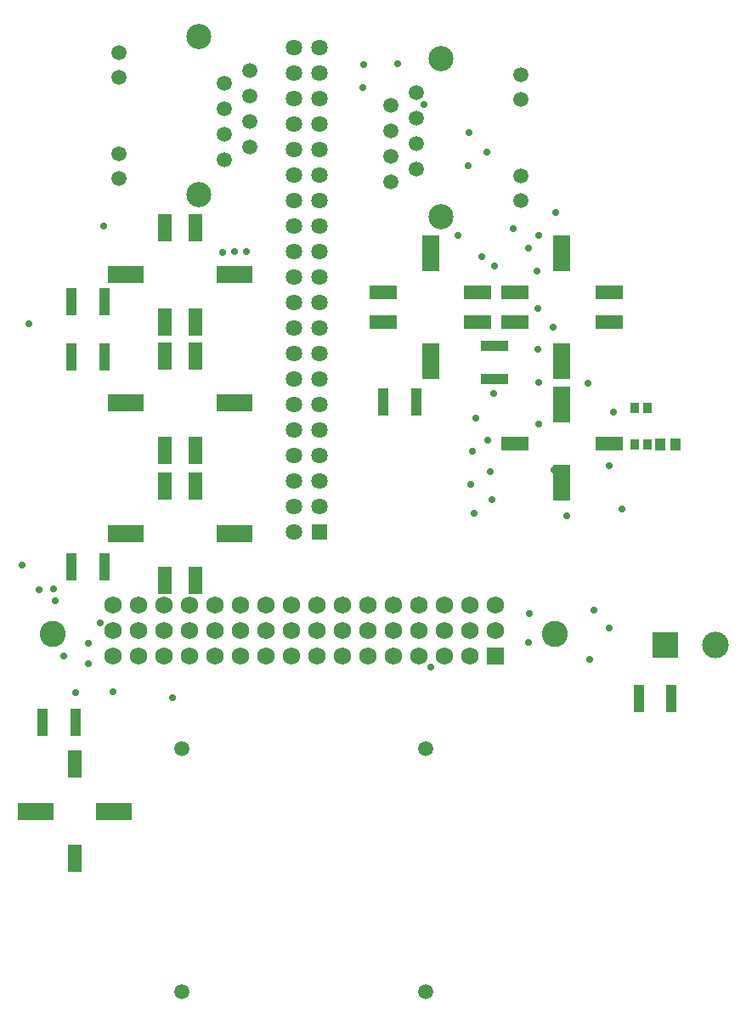
<source format=gts>
G04*
G04 #@! TF.GenerationSoftware,Altium Limited,Altium Designer,25.5.2 (35)*
G04*
G04 Layer_Color=8388736*
%FSLAX44Y44*%
%MOMM*%
G71*
G04*
G04 #@! TF.SameCoordinates,F72C58DA-7479-44D0-9E82-083B63CA5D52*
G04*
G04*
G04 #@! TF.FilePolarity,Negative*
G04*
G01*
G75*
%ADD17R,0.9000X1.0500*%
%ADD23R,2.6924X1.4224*%
%ADD24R,1.8024X3.5824*%
%ADD25R,1.0000X1.1500*%
%ADD26R,1.4224X2.6924*%
%ADD27R,3.5824X1.8024*%
%ADD28R,1.0542X2.8062*%
%ADD29R,2.8062X1.0542*%
%ADD30C,2.6500*%
%ADD31C,1.6300*%
%ADD32C,1.7500*%
%ADD33R,2.6500X2.6500*%
%ADD34C,0.1000*%
%ADD35C,2.5000*%
%ADD36C,1.5000*%
%ADD37R,1.6300X1.6300*%
%ADD38R,1.7500X1.7500*%
%ADD39C,2.6000*%
%ADD40C,0.7000*%
D17*
X872500Y604250D02*
D03*
X859500D02*
D03*
X859500Y640750D02*
D03*
X872500D02*
D03*
D23*
X834251Y726249D02*
D03*
X740251Y756249D02*
D03*
Y726249D02*
D03*
X834251Y756249D02*
D03*
X609251D02*
D03*
X703251Y726249D02*
D03*
X609251D02*
D03*
X703251Y756249D02*
D03*
X740250Y605000D02*
D03*
X834250D02*
D03*
D24*
X787251Y795099D02*
D03*
Y687399D02*
D03*
X656251Y795099D02*
D03*
Y687399D02*
D03*
X787250Y643850D02*
D03*
Y566150D02*
D03*
D25*
X884750Y604250D02*
D03*
X900750D02*
D03*
D26*
X391751Y726501D02*
D03*
X421751Y820501D02*
D03*
Y726501D02*
D03*
X391751Y820501D02*
D03*
X391749Y692499D02*
D03*
Y598499D02*
D03*
X421749Y692499D02*
D03*
Y598499D02*
D03*
X391751Y562750D02*
D03*
X301750Y191750D02*
D03*
X391751Y468750D02*
D03*
X421751Y562750D02*
D03*
Y468750D02*
D03*
X301750Y285750D02*
D03*
D27*
X352901Y773501D02*
D03*
X460601D02*
D03*
X352899Y645499D02*
D03*
X460599D02*
D03*
X352901Y515750D02*
D03*
X460601D02*
D03*
X340600Y238750D02*
D03*
X262900D02*
D03*
D28*
X896250Y351250D02*
D03*
X298750Y692000D02*
D03*
X641750Y646500D02*
D03*
X298750Y482500D02*
D03*
Y746750D02*
D03*
X269750Y327250D02*
D03*
X331250Y482500D02*
D03*
X863750Y351250D02*
D03*
X609250Y646500D02*
D03*
X331250Y692000D02*
D03*
Y746750D02*
D03*
X302250Y327250D02*
D03*
D29*
X720000Y670000D02*
D03*
Y702500D02*
D03*
D30*
X940060Y405000D02*
D03*
D31*
X520250Y644250D02*
D03*
Y669650D02*
D03*
Y695050D02*
D03*
Y720450D02*
D03*
Y745850D02*
D03*
Y771250D02*
D03*
Y796650D02*
D03*
Y822050D02*
D03*
Y847450D02*
D03*
X545650Y898250D02*
D03*
X520250Y923650D02*
D03*
X545650Y568050D02*
D03*
Y593450D02*
D03*
X520250Y568050D02*
D03*
Y593450D02*
D03*
Y542650D02*
D03*
X545650D02*
D03*
X520250Y517250D02*
D03*
Y999850D02*
D03*
X545650D02*
D03*
X520250Y974450D02*
D03*
X545650D02*
D03*
X520250Y949050D02*
D03*
X545650D02*
D03*
Y923650D02*
D03*
X520250Y898250D02*
D03*
X545650Y872850D02*
D03*
X520250D02*
D03*
X545650Y847450D02*
D03*
Y822050D02*
D03*
Y796650D02*
D03*
Y771250D02*
D03*
Y745850D02*
D03*
Y720450D02*
D03*
X520250Y618850D02*
D03*
X545650D02*
D03*
Y644250D02*
D03*
Y669650D02*
D03*
Y695050D02*
D03*
D32*
X720560Y444400D02*
D03*
X695160D02*
D03*
X669760D02*
D03*
X644360D02*
D03*
X618960D02*
D03*
X593560D02*
D03*
X568160D02*
D03*
X542760D02*
D03*
X517360D02*
D03*
X390360Y393600D02*
D03*
X415760D02*
D03*
X695160D02*
D03*
X669760D02*
D03*
X644360D02*
D03*
X618960D02*
D03*
X593560D02*
D03*
X568160D02*
D03*
X542760D02*
D03*
X517360D02*
D03*
X491960D02*
D03*
X466560D02*
D03*
X441160D02*
D03*
X364960D02*
D03*
X339560D02*
D03*
X720560Y419000D02*
D03*
X695160D02*
D03*
X669760D02*
D03*
X644360D02*
D03*
X618960D02*
D03*
X593560D02*
D03*
X568160D02*
D03*
X542760D02*
D03*
X517360D02*
D03*
X491960D02*
D03*
X466560D02*
D03*
X441160D02*
D03*
X415760D02*
D03*
X390360D02*
D03*
X364960D02*
D03*
X339560D02*
D03*
X491960Y444400D02*
D03*
X466560D02*
D03*
X441160D02*
D03*
X415760D02*
D03*
X390360D02*
D03*
X364960D02*
D03*
X339560D02*
D03*
D33*
X890060Y405000D02*
D03*
D34*
X705250Y852950D02*
D03*
Y967250D02*
D03*
X387100Y875000D02*
D03*
Y989300D02*
D03*
X530064Y180063D02*
D03*
D35*
X666750Y831350D02*
D03*
Y988850D02*
D03*
X425600Y853400D02*
D03*
Y1010900D02*
D03*
D36*
X746350Y973100D02*
D03*
Y948200D02*
D03*
Y872000D02*
D03*
Y847100D02*
D03*
X616350Y865650D02*
D03*
X641750Y878350D02*
D03*
X616350Y891050D02*
D03*
X641750Y903750D02*
D03*
X616350Y916450D02*
D03*
X641750Y929150D02*
D03*
X616350Y941850D02*
D03*
X641750Y954550D02*
D03*
X450600Y887700D02*
D03*
X476000Y900400D02*
D03*
X450600Y913100D02*
D03*
X476000Y925800D02*
D03*
X450600Y938500D02*
D03*
X476000Y951200D02*
D03*
X450600Y963900D02*
D03*
X476000Y976600D02*
D03*
X346000Y995150D02*
D03*
Y970250D02*
D03*
Y894050D02*
D03*
Y869150D02*
D03*
X651313Y301313D02*
D03*
Y58814D02*
D03*
X408814D02*
D03*
Y301313D02*
D03*
D37*
X545650Y517250D02*
D03*
D38*
X720560Y393600D02*
D03*
D39*
X280060Y416000D02*
D03*
X780060D02*
D03*
D40*
X449500Y796000D02*
D03*
X461250Y796250D02*
D03*
X472750Y796500D02*
D03*
X249000Y484000D02*
D03*
X282000Y449000D02*
D03*
X266250Y459750D02*
D03*
X281000Y460250D02*
D03*
X290500Y393500D02*
D03*
X315500Y385750D02*
D03*
Y406250D02*
D03*
X815000Y390250D02*
D03*
X834000Y421250D02*
D03*
X819250Y439750D02*
D03*
X791750Y533250D02*
D03*
X847250Y540000D02*
D03*
X779500Y578750D02*
D03*
X834000Y583000D02*
D03*
X838750Y637000D02*
D03*
X813500Y665000D02*
D03*
X764250Y624500D02*
D03*
X763750Y666250D02*
D03*
X763380Y699512D02*
D03*
X763500Y739750D02*
D03*
X778500Y721250D02*
D03*
X762500Y777000D02*
D03*
X753750Y800000D02*
D03*
X738750Y819250D02*
D03*
X764250Y812500D02*
D03*
X781000Y835250D02*
D03*
X693587Y882305D02*
D03*
X712578Y896074D02*
D03*
X695000Y915000D02*
D03*
X683250Y812500D02*
D03*
X623500Y984000D02*
D03*
X589250Y983250D02*
D03*
X588750Y959750D02*
D03*
X707750Y791750D02*
D03*
X720000Y782250D02*
D03*
X753750Y407500D02*
D03*
X754500Y436000D02*
D03*
X699750Y535750D02*
D03*
X717500Y549250D02*
D03*
X696500Y564750D02*
D03*
X716000Y577500D02*
D03*
X697750Y598000D02*
D03*
X713000Y609000D02*
D03*
X719000Y655500D02*
D03*
X701250Y630750D02*
D03*
X339500Y358250D02*
D03*
X399000Y352250D02*
D03*
X302500Y357000D02*
D03*
X256250Y725000D02*
D03*
X330500Y821750D02*
D03*
X327250Y427000D02*
D03*
X656607Y382357D02*
D03*
X650139Y943389D02*
D03*
M02*

</source>
